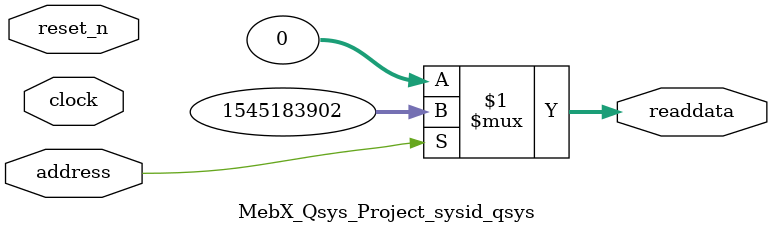
<source format=v>



// synthesis translate_off
`timescale 1ns / 1ps
// synthesis translate_on

// turn off superfluous verilog processor warnings 
// altera message_level Level1 
// altera message_off 10034 10035 10036 10037 10230 10240 10030 

module MebX_Qsys_Project_sysid_qsys (
               // inputs:
                address,
                clock,
                reset_n,

               // outputs:
                readdata
             )
;

  output  [ 31: 0] readdata;
  input            address;
  input            clock;
  input            reset_n;

  wire    [ 31: 0] readdata;
  //control_slave, which is an e_avalon_slave
  assign readdata = address ? 1545183902 : 0;

endmodule



</source>
